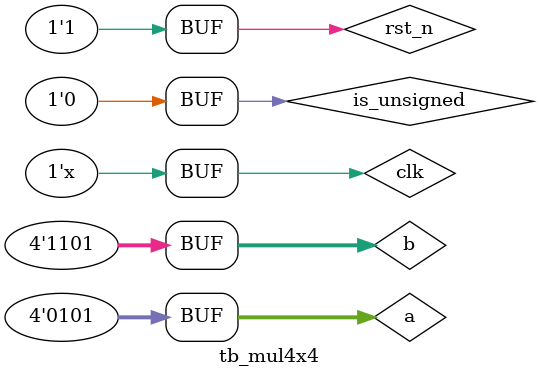
<source format=v>
`timescale 1ns/1ps
module tb_mul4x4;
    parameter WIDTH = 4;
    reg clk, rst_n, is_unsigned;
    reg [WIDTH - 1:0] a, b;
    reg [10:0] count_clock;
    wire [(WIDTH * 2)-1:0] res;

    mul4x4 mul_inst(
        .clk(clk),
        .rst_n(rst_n),
        .is_unsigned(is_unsigned),
        .a(a),
        .b(b),
        .R(res)
    );

    always #5 clk = ~clk;
    always @(posedge clk or negedge rst_n) begin
        if (~rst_n) begin
            count_clock <= 11'd0;
        end 
        else begin
            count_clock <= count_clock + 1'b1;
        end 
    end 

    initial begin
        clk = 0;
        rst_n = 0;
        is_unsigned = 0;

        #30;
        rst_n = 1;
        a = 4'd3;
        b = 4'd2;
        #10;
        rst_n = 1;
        a = 4'd5;
        b = -4'd3;
        
        // #10;
        // rst_n = 1;
        // a = -32'd123;
        // b = -32'd123;
        #100;
    end
endmodule
</source>
